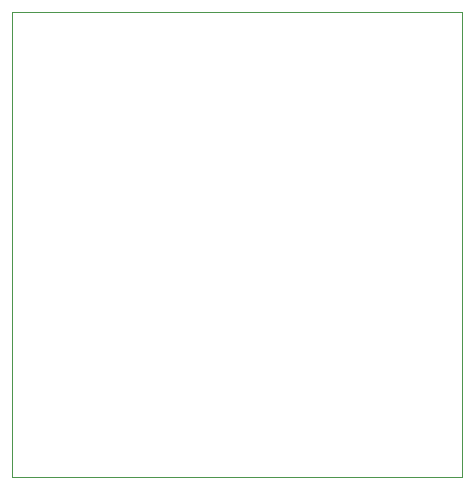
<source format=gbr>
%TF.GenerationSoftware,KiCad,Pcbnew,6.0.4-6f826c9f35~116~ubuntu18.04.1*%
%TF.CreationDate,2022-05-09T12:51:31-04:00*%
%TF.ProjectId,Instrumentation_ampl_with_batteries,496e7374-7275-46d6-956e-746174696f6e,rev?*%
%TF.SameCoordinates,Original*%
%TF.FileFunction,Profile,NP*%
%FSLAX46Y46*%
G04 Gerber Fmt 4.6, Leading zero omitted, Abs format (unit mm)*
G04 Created by KiCad (PCBNEW 6.0.4-6f826c9f35~116~ubuntu18.04.1) date 2022-05-09 12:51:31*
%MOMM*%
%LPD*%
G01*
G04 APERTURE LIST*
%TA.AperFunction,Profile*%
%ADD10C,0.100000*%
%TD*%
G04 APERTURE END LIST*
D10*
X63500000Y-130810000D02*
X63500000Y-91440000D01*
X101600000Y-91440000D02*
X101600000Y-130810000D01*
X101600000Y-130810000D02*
X63500000Y-130810000D01*
X63500000Y-91440000D02*
X101600000Y-91440000D01*
M02*

</source>
